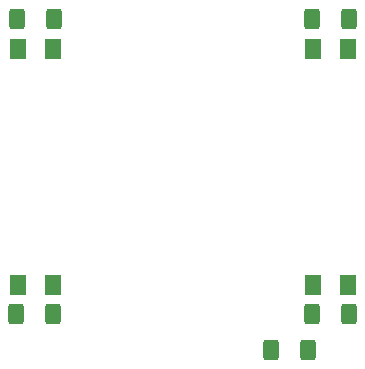
<source format=gbr>
%TF.GenerationSoftware,KiCad,Pcbnew,8.0.5*%
%TF.CreationDate,2024-10-15T22:02:10+02:00*%
%TF.ProjectId,_autosave-pcb,5f617574-6f73-4617-9665-2d7063622e6b,rev?*%
%TF.SameCoordinates,Original*%
%TF.FileFunction,Paste,Top*%
%TF.FilePolarity,Positive*%
%FSLAX46Y46*%
G04 Gerber Fmt 4.6, Leading zero omitted, Abs format (unit mm)*
G04 Created by KiCad (PCBNEW 8.0.5) date 2024-10-15 22:02:10*
%MOMM*%
%LPD*%
G01*
G04 APERTURE LIST*
G04 Aperture macros list*
%AMRoundRect*
0 Rectangle with rounded corners*
0 $1 Rounding radius*
0 $2 $3 $4 $5 $6 $7 $8 $9 X,Y pos of 4 corners*
0 Add a 4 corners polygon primitive as box body*
4,1,4,$2,$3,$4,$5,$6,$7,$8,$9,$2,$3,0*
0 Add four circle primitives for the rounded corners*
1,1,$1+$1,$2,$3*
1,1,$1+$1,$4,$5*
1,1,$1+$1,$6,$7*
1,1,$1+$1,$8,$9*
0 Add four rect primitives between the rounded corners*
20,1,$1+$1,$2,$3,$4,$5,0*
20,1,$1+$1,$4,$5,$6,$7,0*
20,1,$1+$1,$6,$7,$8,$9,0*
20,1,$1+$1,$8,$9,$2,$3,0*%
G04 Aperture macros list end*
%ADD10RoundRect,0.250001X-0.462499X-0.624999X0.462499X-0.624999X0.462499X0.624999X-0.462499X0.624999X0*%
%ADD11RoundRect,0.250000X0.400000X0.625000X-0.400000X0.625000X-0.400000X-0.625000X0.400000X-0.625000X0*%
%ADD12RoundRect,0.250000X-0.400000X-0.625000X0.400000X-0.625000X0.400000X0.625000X-0.400000X0.625000X0*%
G04 APERTURE END LIST*
D10*
%TO.C,BL1*%
X136012500Y-60000000D03*
X138987500Y-60000000D03*
%TD*%
D11*
%TO.C,R5*%
X160550000Y-65500000D03*
X157450000Y-65500000D03*
%TD*%
D12*
%TO.C,R4*%
X160937500Y-62500000D03*
X164037500Y-62500000D03*
%TD*%
D10*
%TO.C,BR1*%
X161000000Y-60000000D03*
X163975000Y-60000000D03*
%TD*%
D12*
%TO.C,R1*%
X135987500Y-37500000D03*
X139087500Y-37500000D03*
%TD*%
D10*
%TO.C,TR1*%
X161012500Y-40000000D03*
X163987500Y-40000000D03*
%TD*%
D12*
%TO.C,R3*%
X135900000Y-62500000D03*
X139000000Y-62500000D03*
%TD*%
D10*
%TO.C,TL1*%
X136050000Y-40000000D03*
X139025000Y-40000000D03*
%TD*%
D12*
%TO.C,R2*%
X160950000Y-37500000D03*
X164050000Y-37500000D03*
%TD*%
M02*

</source>
